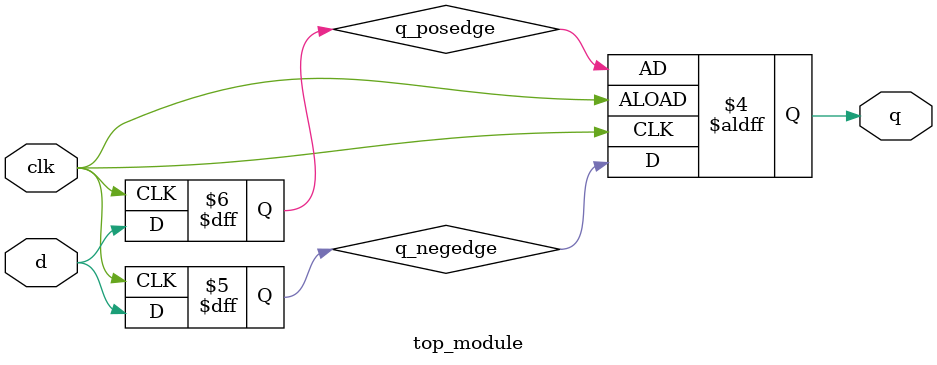
<source format=sv>
module top_module(
    input clk,
    input d,
    output reg q);

    reg q_posedge, q_negedge;

    always @(posedge clk) begin
        q_posedge <= d;
    end

    always @(negedge clk) begin
        q_negedge <= d;
    end

    always @(posedge clk or negedge clk) begin
        if (clk) begin
            q <= q_posedge;
        end else begin
            q <= q_negedge;
        end
    end

endmodule

</source>
